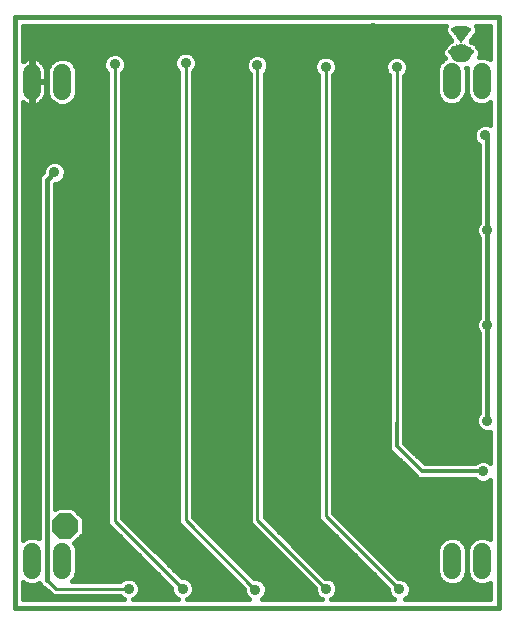
<source format=gbl>
G75*
%MOIN*%
%OFA0B0*%
%FSLAX24Y24*%
%IPPOS*%
%LPD*%
%AMOC8*
5,1,8,0,0,1.08239X$1,22.5*
%
%ADD10C,0.0160*%
%ADD11R,0.0312X0.0004*%
%ADD12R,0.0344X0.0004*%
%ADD13R,0.0368X0.0004*%
%ADD14R,0.0392X0.0004*%
%ADD15R,0.0408X0.0004*%
%ADD16R,0.0424X0.0004*%
%ADD17R,0.0432X0.0004*%
%ADD18R,0.0448X0.0004*%
%ADD19R,0.0456X0.0004*%
%ADD20R,0.0472X0.0004*%
%ADD21R,0.0480X0.0004*%
%ADD22R,0.0488X0.0004*%
%ADD23R,0.0496X0.0004*%
%ADD24R,0.0504X0.0004*%
%ADD25R,0.0512X0.0004*%
%ADD26R,0.0520X0.0004*%
%ADD27R,0.0528X0.0004*%
%ADD28R,0.0536X0.0004*%
%ADD29R,0.0536X0.0004*%
%ADD30R,0.0544X0.0004*%
%ADD31R,0.0552X0.0004*%
%ADD32R,0.0560X0.0004*%
%ADD33R,0.0560X0.0004*%
%ADD34R,0.0568X0.0004*%
%ADD35R,0.0576X0.0004*%
%ADD36R,0.0584X0.0004*%
%ADD37R,0.0592X0.0004*%
%ADD38R,0.0592X0.0004*%
%ADD39R,0.0600X0.0004*%
%ADD40R,0.0608X0.0004*%
%ADD41R,0.0608X0.0004*%
%ADD42R,0.0616X0.0004*%
%ADD43R,0.0624X0.0004*%
%ADD44R,0.0632X0.0004*%
%ADD45R,0.0632X0.0004*%
%ADD46R,0.0640X0.0004*%
%ADD47R,0.0648X0.0004*%
%ADD48R,0.0648X0.0004*%
%ADD49R,0.0656X0.0004*%
%ADD50R,0.0664X0.0004*%
%ADD51R,0.0664X0.0004*%
%ADD52R,0.0672X0.0004*%
%ADD53R,0.0680X0.0004*%
%ADD54R,0.0680X0.0004*%
%ADD55R,0.0688X0.0004*%
%ADD56R,0.0696X0.0004*%
%ADD57R,0.0700X0.0004*%
%ADD58R,0.0708X0.0004*%
%ADD59R,0.0716X0.0004*%
%ADD60R,0.0720X0.0004*%
%ADD61R,0.0720X0.0004*%
%ADD62R,0.0724X0.0004*%
%ADD63R,0.0808X0.0004*%
%ADD64R,0.0824X0.0004*%
%ADD65R,0.0832X0.0004*%
%ADD66R,0.0840X0.0004*%
%ADD67R,0.0848X0.0004*%
%ADD68R,0.0856X0.0004*%
%ADD69R,0.0860X0.0004*%
%ADD70R,0.0864X0.0004*%
%ADD71R,0.0864X0.0004*%
%ADD72R,0.0868X0.0004*%
%ADD73R,0.0872X0.0004*%
%ADD74R,0.0872X0.0004*%
%ADD75R,0.0860X0.0004*%
%ADD76R,0.0832X0.0004*%
%ADD77R,0.0824X0.0004*%
%ADD78R,0.0708X0.0004*%
%ADD79R,0.0712X0.0004*%
%ADD80R,0.0712X0.0004*%
%ADD81R,0.0700X0.0004*%
%ADD82R,0.0696X0.0004*%
%ADD83R,0.0692X0.0004*%
%ADD84R,0.0668X0.0004*%
%ADD85R,0.0660X0.0004*%
%ADD86R,0.0452X0.0004*%
%ADD87R,0.0188X0.0004*%
%ADD88R,0.0448X0.0004*%
%ADD89R,0.0440X0.0004*%
%ADD90R,0.0184X0.0004*%
%ADD91R,0.0432X0.0004*%
%ADD92R,0.0184X0.0004*%
%ADD93R,0.0424X0.0004*%
%ADD94R,0.0412X0.0004*%
%ADD95R,0.0128X0.0004*%
%ADD96R,0.0044X0.0004*%
%ADD97R,0.0400X0.0004*%
%ADD98R,0.0008X0.0004*%
%ADD99R,0.0388X0.0004*%
%ADD100R,0.0132X0.0004*%
%ADD101R,0.0360X0.0004*%
%ADD102R,0.0136X0.0004*%
%ADD103R,0.0340X0.0004*%
%ADD104R,0.0140X0.0004*%
%ADD105R,0.0328X0.0004*%
%ADD106R,0.0144X0.0004*%
%ADD107R,0.0324X0.0004*%
%ADD108R,0.0148X0.0004*%
%ADD109R,0.0320X0.0004*%
%ADD110R,0.0156X0.0004*%
%ADD111R,0.0316X0.0004*%
%ADD112R,0.0176X0.0004*%
%ADD113R,0.0080X0.0004*%
%ADD114R,0.0052X0.0004*%
%ADD115R,0.0380X0.0004*%
%ADD116R,0.0372X0.0004*%
%ADD117R,0.0356X0.0004*%
%ADD118R,0.0004X0.0004*%
%ADD119R,0.0308X0.0004*%
%ADD120R,0.0060X0.0004*%
%ADD121R,0.0240X0.0004*%
%ADD122R,0.0232X0.0004*%
%ADD123R,0.0044X0.0004*%
%ADD124R,0.0164X0.0004*%
%ADD125R,0.0056X0.0004*%
%ADD126R,0.0036X0.0004*%
%ADD127R,0.0156X0.0004*%
%ADD128R,0.0048X0.0004*%
%ADD129R,0.0024X0.0004*%
%ADD130R,0.0036X0.0004*%
%ADD131R,0.0016X0.0004*%
%ADD132R,0.0028X0.0004*%
%ADD133R,0.0012X0.0004*%
%ADD134R,0.0124X0.0004*%
%ADD135R,0.0108X0.0004*%
%ADD136R,0.0008X0.0004*%
%ADD137R,0.0092X0.0004*%
%ADD138R,0.0068X0.0004*%
%ADD139R,0.0008X0.0004*%
%ADD140R,0.0016X0.0004*%
%ADD141R,0.0024X0.0004*%
%ADD142R,0.0032X0.0004*%
%ADD143R,0.0032X0.0004*%
%ADD144R,0.0040X0.0004*%
%ADD145R,0.0056X0.0004*%
%ADD146R,0.0064X0.0004*%
%ADD147R,0.0072X0.0004*%
%ADD148R,0.0088X0.0004*%
%ADD149R,0.0096X0.0004*%
%ADD150R,0.0104X0.0004*%
%ADD151R,0.0112X0.0004*%
%ADD152R,0.0120X0.0004*%
%ADD153R,0.0124X0.0004*%
%ADD154R,0.0128X0.0004*%
%ADD155R,0.0144X0.0004*%
%ADD156R,0.0152X0.0004*%
%ADD157R,0.0152X0.0004*%
%ADD158R,0.0160X0.0004*%
%ADD159R,0.0168X0.0004*%
%ADD160R,0.0176X0.0004*%
%ADD161R,0.0184X0.0004*%
%ADD162R,0.0192X0.0004*%
%ADD163R,0.0200X0.0004*%
%ADD164R,0.0208X0.0004*%
%ADD165R,0.0216X0.0004*%
%ADD166R,0.0216X0.0004*%
%ADD167R,0.0224X0.0004*%
%ADD168R,0.0232X0.0004*%
%ADD169R,0.0240X0.0004*%
%ADD170R,0.0248X0.0004*%
%ADD171R,0.0256X0.0004*%
%ADD172R,0.0264X0.0004*%
%ADD173R,0.0272X0.0004*%
%ADD174R,0.0280X0.0004*%
%ADD175R,0.0288X0.0004*%
%ADD176R,0.0296X0.0004*%
%ADD177R,0.0304X0.0004*%
%ADD178R,0.0320X0.0004*%
%ADD179R,0.0328X0.0004*%
%ADD180R,0.0336X0.0004*%
%ADD181R,0.0336X0.0004*%
%ADD182R,0.0200X0.0004*%
%ADD183R,0.0128X0.0004*%
%ADD184R,0.0204X0.0004*%
%ADD185R,0.0216X0.0004*%
%ADD186R,0.0228X0.0004*%
%ADD187R,0.0416X0.0004*%
%ADD188R,0.0424X0.0004*%
%ADD189R,0.0428X0.0004*%
%ADD190R,0.0304X0.0004*%
%ADD191R,0.0180X0.0004*%
%ADD192R,0.0112X0.0004*%
%ADD193R,0.0176X0.0004*%
%ADD194R,0.0112X0.0004*%
%ADD195R,0.0132X0.0004*%
%ADD196R,0.0116X0.0004*%
%ADD197R,0.0332X0.0004*%
%ADD198R,0.0336X0.0004*%
%ADD199R,0.0480X0.0004*%
%ADD200R,0.0496X0.0004*%
%ADD201R,0.0512X0.0004*%
%ADD202R,0.0544X0.0004*%
%ADD203R,0.0208X0.0004*%
%ADD204R,0.0356X0.0004*%
%ADD205R,0.0208X0.0004*%
%ADD206R,0.0364X0.0004*%
%ADD207R,0.0212X0.0004*%
%ADD208R,0.0368X0.0004*%
%ADD209R,0.0220X0.0004*%
%ADD210R,0.0600X0.0004*%
%ADD211R,0.0356X0.0004*%
%ADD212R,0.0228X0.0004*%
%ADD213R,0.0236X0.0004*%
%ADD214R,0.0360X0.0004*%
%ADD215R,0.0368X0.0004*%
%ADD216R,0.0244X0.0004*%
%ADD217R,0.0252X0.0004*%
%ADD218R,0.0376X0.0004*%
%ADD219R,0.0672X0.0004*%
%ADD220R,0.0624X0.0004*%
%ADD221R,0.0596X0.0004*%
%ADD222R,0.0552X0.0004*%
%ADD223R,0.0456X0.0004*%
%ADD224R,0.0384X0.0004*%
%ADD225R,0.0352X0.0004*%
%ADD226R,0.0188X0.0004*%
%ADD227R,0.0108X0.0004*%
%ADD228C,0.0600*%
%ADD229OC8,0.0850*%
%ADD230C,0.0356*%
%ADD231C,0.0100*%
%ADD232C,0.0120*%
D10*
X000208Y000180D02*
X016349Y000180D01*
X016349Y019865D01*
X000208Y019865D01*
X000208Y000180D01*
X000488Y000460D02*
X003854Y000460D01*
X003793Y000485D01*
X003722Y000556D01*
X001540Y000556D01*
X001448Y000594D01*
X001378Y000664D01*
X001200Y000842D01*
X001128Y000872D01*
X001049Y000951D01*
X001028Y001001D01*
X000882Y000940D01*
X000683Y000940D01*
X000499Y001016D01*
X000488Y001028D01*
X000488Y000460D01*
X000488Y000497D02*
X003781Y000497D01*
X004160Y000460D02*
X004221Y000485D01*
X004327Y000592D01*
X004385Y000731D01*
X004385Y000881D01*
X004327Y001020D01*
X004221Y001127D01*
X004082Y001184D01*
X003932Y001184D01*
X003793Y001127D01*
X003722Y001056D01*
X002106Y001056D01*
X002206Y001157D01*
X002283Y001341D01*
X002283Y002139D01*
X002206Y002323D01*
X002203Y002327D01*
X002514Y002638D01*
X002514Y003155D01*
X002148Y003522D01*
X001630Y003522D01*
X001566Y003458D01*
X001566Y014318D01*
X001606Y014318D01*
X001745Y014375D01*
X001851Y014482D01*
X001909Y014621D01*
X001909Y014771D01*
X001851Y014910D01*
X001745Y015016D01*
X001606Y015074D01*
X001455Y015074D01*
X001316Y015016D01*
X001210Y014910D01*
X001152Y014771D01*
X001152Y014714D01*
X001049Y014610D01*
X001006Y014507D01*
X001006Y002489D01*
X000882Y002540D01*
X000683Y002540D01*
X000499Y002464D01*
X000488Y002452D01*
X000488Y017045D01*
X000536Y017009D01*
X000603Y016975D01*
X000675Y016952D01*
X000750Y016940D01*
X000768Y016940D01*
X000768Y017700D01*
X000808Y017700D01*
X000808Y017740D01*
X001268Y017740D01*
X001268Y018058D01*
X001256Y018132D01*
X001232Y018204D01*
X001198Y018272D01*
X001154Y018333D01*
X001100Y018386D01*
X001039Y018431D01*
X000972Y018465D01*
X000900Y018488D01*
X000825Y018500D01*
X000808Y018500D01*
X000808Y017740D01*
X000768Y017740D01*
X000768Y018500D01*
X000750Y018500D01*
X000675Y018488D01*
X000603Y018465D01*
X000536Y018431D01*
X000488Y018395D01*
X000488Y019585D01*
X014602Y019585D01*
X014552Y019535D01*
X014548Y019531D01*
X014548Y019357D01*
X014556Y019349D01*
X014556Y019345D01*
X014568Y019333D01*
X014568Y019329D01*
X014572Y019325D01*
X014580Y019317D01*
X014580Y019313D01*
X014588Y019305D01*
X014592Y019301D01*
X014592Y019297D01*
X014596Y019293D01*
X014604Y019285D01*
X014604Y019281D01*
X014616Y019269D01*
X014616Y019265D01*
X014628Y019253D01*
X014628Y019249D01*
X014632Y019245D01*
X014640Y019237D01*
X014640Y019233D01*
X014648Y019225D01*
X014652Y019221D01*
X014652Y019217D01*
X014660Y019209D01*
X014660Y019205D01*
X014668Y019197D01*
X014676Y019189D01*
X014676Y019185D01*
X014684Y019177D01*
X014684Y019173D01*
X014692Y019165D01*
X014696Y019161D01*
X014696Y019157D01*
X014708Y019145D01*
X014708Y019141D01*
X014720Y019129D01*
X014720Y019125D01*
X014732Y019113D01*
X014732Y019109D01*
X014736Y019105D01*
X014744Y019097D01*
X014744Y019093D01*
X014748Y019089D01*
X014752Y019085D01*
X014753Y019084D01*
X014753Y019084D01*
X014749Y019080D01*
X014737Y019080D01*
X014733Y019076D01*
X014729Y019076D01*
X014725Y019072D01*
X014721Y019072D01*
X014717Y019068D01*
X014713Y019068D01*
X014705Y019060D01*
X014701Y019060D01*
X014693Y019052D01*
X014693Y019052D01*
X014576Y018935D01*
X014572Y018931D01*
X014568Y018927D01*
X014564Y018923D01*
X014564Y018919D01*
X014560Y018915D01*
X014556Y018911D01*
X014556Y018907D01*
X014552Y018903D01*
X014552Y018899D01*
X014548Y018895D01*
X014548Y018887D01*
X014476Y018815D01*
X014472Y018811D01*
X014468Y018807D01*
X014464Y018803D01*
X014460Y018799D01*
X014460Y018795D01*
X014456Y018791D01*
X014456Y018783D01*
X014452Y018779D01*
X014452Y018601D01*
X014456Y018597D01*
X014456Y018585D01*
X014460Y018581D01*
X014460Y018577D01*
X014468Y018569D01*
X014472Y018565D01*
X014550Y018487D01*
X014494Y018464D01*
X014354Y018323D01*
X014278Y018139D01*
X014278Y017341D01*
X014354Y017157D01*
X014494Y017016D01*
X014678Y016940D01*
X014877Y016940D01*
X015061Y017016D01*
X015201Y017157D01*
X015278Y017341D01*
X015354Y017157D01*
X015494Y017016D01*
X015678Y016940D01*
X015877Y016940D01*
X016061Y017016D01*
X016069Y017025D01*
X016069Y016265D01*
X015960Y016310D01*
X015810Y016310D01*
X015671Y016253D01*
X015564Y016146D01*
X015507Y016007D01*
X015507Y015857D01*
X015564Y015718D01*
X015671Y015611D01*
X015687Y015604D01*
X015687Y013025D01*
X015647Y012985D01*
X015589Y012846D01*
X015589Y012695D01*
X015647Y012556D01*
X015687Y012516D01*
X015687Y009860D01*
X015647Y009819D01*
X015589Y009680D01*
X015589Y009530D01*
X015647Y009391D01*
X015687Y009350D01*
X015687Y006671D01*
X015647Y006630D01*
X015589Y006491D01*
X015589Y006341D01*
X015647Y006202D01*
X015753Y006096D01*
X015892Y006038D01*
X016043Y006038D01*
X016069Y006049D01*
X016069Y005018D01*
X016036Y005052D01*
X015897Y005109D01*
X015747Y005109D01*
X015608Y005052D01*
X015551Y004995D01*
X013878Y004995D01*
X013200Y005674D01*
X013200Y006377D01*
X013190Y006402D01*
X013190Y017915D01*
X013260Y017986D01*
X013318Y018124D01*
X013318Y018275D01*
X013260Y018414D01*
X013154Y018520D01*
X013015Y018578D01*
X012865Y018578D01*
X012726Y018520D01*
X012619Y018414D01*
X012562Y018275D01*
X012562Y018124D01*
X012619Y017986D01*
X012690Y017915D01*
X012690Y006402D01*
X012680Y006377D01*
X012680Y005514D01*
X012719Y005419D01*
X013550Y004588D01*
X013623Y004515D01*
X013719Y004475D01*
X015543Y004475D01*
X015608Y004411D01*
X015747Y004353D01*
X015897Y004353D01*
X016036Y004411D01*
X016069Y004444D01*
X016069Y002459D01*
X015887Y002535D01*
X015688Y002535D01*
X015504Y002459D01*
X015364Y002318D01*
X015288Y002134D01*
X015288Y001336D01*
X015288Y002134D01*
X015211Y002318D01*
X015071Y002459D01*
X014887Y002535D01*
X014688Y002535D01*
X014504Y002459D01*
X014364Y002318D01*
X014288Y002134D01*
X014288Y001336D01*
X014364Y001152D01*
X014504Y001011D01*
X014688Y000935D01*
X014887Y000935D01*
X015071Y001011D01*
X015211Y001152D01*
X015288Y001336D01*
X015364Y001152D01*
X015504Y001011D01*
X015688Y000935D01*
X015887Y000935D01*
X016069Y001011D01*
X016069Y000460D01*
X013208Y000460D01*
X013241Y000474D01*
X013347Y000580D01*
X013405Y000719D01*
X013405Y000869D01*
X013347Y001008D01*
X013241Y001115D01*
X013102Y001172D01*
X013002Y001172D01*
X010832Y003343D01*
X010832Y017923D01*
X010902Y017993D01*
X010960Y018132D01*
X010960Y018283D01*
X010902Y018422D01*
X010796Y018528D01*
X010657Y018586D01*
X010506Y018586D01*
X010367Y018528D01*
X010261Y018422D01*
X010203Y018283D01*
X010203Y018132D01*
X010261Y017993D01*
X010332Y017923D01*
X010332Y003189D01*
X010370Y003097D01*
X012648Y000819D01*
X012648Y000719D01*
X012706Y000580D01*
X012812Y000474D01*
X012845Y000460D01*
X010742Y000460D01*
X010804Y000485D01*
X010910Y000592D01*
X010968Y000731D01*
X010968Y000881D01*
X010910Y001020D01*
X010804Y001127D01*
X010665Y001184D01*
X010565Y001184D01*
X008540Y003209D01*
X008540Y017978D01*
X008611Y018048D01*
X008668Y018187D01*
X008668Y018338D01*
X008611Y018477D01*
X008504Y018583D01*
X008365Y018641D01*
X008215Y018641D01*
X008076Y018583D01*
X007970Y018477D01*
X007912Y018338D01*
X007912Y018187D01*
X007970Y018048D01*
X008040Y017978D01*
X008040Y003055D01*
X008078Y002964D01*
X010211Y000831D01*
X010211Y000731D01*
X010269Y000592D01*
X010375Y000485D01*
X010437Y000460D01*
X008444Y000460D01*
X008548Y000564D01*
X008605Y000703D01*
X008605Y000854D01*
X008548Y000993D01*
X008441Y001099D01*
X008302Y001157D01*
X008203Y001157D01*
X006158Y003201D01*
X006158Y018049D01*
X006229Y018119D01*
X006286Y018258D01*
X006286Y018409D01*
X006229Y018548D01*
X006123Y018654D01*
X005984Y018712D01*
X005833Y018712D01*
X005694Y018654D01*
X005588Y018548D01*
X005530Y018409D01*
X005530Y018258D01*
X005588Y018119D01*
X005658Y018049D01*
X005658Y003048D01*
X005696Y002956D01*
X007849Y000803D01*
X007849Y000703D01*
X007907Y000564D01*
X008011Y000460D01*
X005949Y000460D01*
X006020Y000489D01*
X006127Y000596D01*
X006184Y000735D01*
X006184Y000885D01*
X006127Y001024D01*
X006020Y001130D01*
X005881Y001188D01*
X005781Y001188D01*
X003796Y003173D01*
X003796Y018009D01*
X003867Y018080D01*
X003924Y018219D01*
X003924Y018369D01*
X003867Y018508D01*
X003760Y018615D01*
X003621Y018672D01*
X003471Y018672D01*
X003332Y018615D01*
X003226Y018508D01*
X003168Y018369D01*
X003168Y018219D01*
X003226Y018080D01*
X003296Y018009D01*
X003296Y003020D01*
X003334Y002928D01*
X005428Y000834D01*
X005428Y000735D01*
X005485Y000596D01*
X005592Y000489D01*
X005663Y000460D01*
X004160Y000460D01*
X004233Y000497D02*
X005584Y000497D01*
X005461Y000656D02*
X004354Y000656D01*
X004385Y000814D02*
X005428Y000814D01*
X005290Y000973D02*
X004347Y000973D01*
X004210Y001131D02*
X005131Y001131D01*
X004973Y001290D02*
X002261Y001290D01*
X002283Y001448D02*
X004814Y001448D01*
X004656Y001607D02*
X002283Y001607D01*
X002283Y001765D02*
X004497Y001765D01*
X004339Y001924D02*
X002283Y001924D01*
X002283Y002082D02*
X004180Y002082D01*
X004022Y002241D02*
X002241Y002241D01*
X002275Y002399D02*
X003863Y002399D01*
X003705Y002558D02*
X002434Y002558D01*
X002514Y002716D02*
X003546Y002716D01*
X003388Y002875D02*
X002514Y002875D01*
X002514Y003033D02*
X003296Y003033D01*
X003296Y003192D02*
X002478Y003192D01*
X002319Y003350D02*
X003296Y003350D01*
X003296Y003509D02*
X002161Y003509D01*
X001617Y003509D02*
X001566Y003509D01*
X001566Y003667D02*
X003296Y003667D01*
X003296Y003826D02*
X001566Y003826D01*
X001566Y003984D02*
X003296Y003984D01*
X003296Y004143D02*
X001566Y004143D01*
X001566Y004301D02*
X003296Y004301D01*
X003296Y004460D02*
X001566Y004460D01*
X001566Y004618D02*
X003296Y004618D01*
X003296Y004777D02*
X001566Y004777D01*
X001566Y004935D02*
X003296Y004935D01*
X003296Y005094D02*
X001566Y005094D01*
X001566Y005252D02*
X003296Y005252D01*
X003296Y005411D02*
X001566Y005411D01*
X001566Y005569D02*
X003296Y005569D01*
X003296Y005728D02*
X001566Y005728D01*
X001566Y005886D02*
X003296Y005886D01*
X003296Y006045D02*
X001566Y006045D01*
X001566Y006203D02*
X003296Y006203D01*
X003296Y006362D02*
X001566Y006362D01*
X001566Y006520D02*
X003296Y006520D01*
X003296Y006679D02*
X001566Y006679D01*
X001566Y006837D02*
X003296Y006837D01*
X003296Y006996D02*
X001566Y006996D01*
X001566Y007154D02*
X003296Y007154D01*
X003296Y007313D02*
X001566Y007313D01*
X001566Y007471D02*
X003296Y007471D01*
X003296Y007630D02*
X001566Y007630D01*
X001566Y007788D02*
X003296Y007788D01*
X003296Y007947D02*
X001566Y007947D01*
X001566Y008105D02*
X003296Y008105D01*
X003296Y008264D02*
X001566Y008264D01*
X001566Y008422D02*
X003296Y008422D01*
X003296Y008581D02*
X001566Y008581D01*
X001566Y008739D02*
X003296Y008739D01*
X003296Y008898D02*
X001566Y008898D01*
X001566Y009056D02*
X003296Y009056D01*
X003296Y009215D02*
X001566Y009215D01*
X001566Y009373D02*
X003296Y009373D01*
X003296Y009532D02*
X001566Y009532D01*
X001566Y009690D02*
X003296Y009690D01*
X003296Y009849D02*
X001566Y009849D01*
X001566Y010007D02*
X003296Y010007D01*
X003296Y010166D02*
X001566Y010166D01*
X001566Y010324D02*
X003296Y010324D01*
X003296Y010483D02*
X001566Y010483D01*
X001566Y010641D02*
X003296Y010641D01*
X003296Y010800D02*
X001566Y010800D01*
X001566Y010958D02*
X003296Y010958D01*
X003296Y011117D02*
X001566Y011117D01*
X001566Y011275D02*
X003296Y011275D01*
X003296Y011434D02*
X001566Y011434D01*
X001566Y011592D02*
X003296Y011592D01*
X003296Y011751D02*
X001566Y011751D01*
X001566Y011909D02*
X003296Y011909D01*
X003296Y012068D02*
X001566Y012068D01*
X001566Y012226D02*
X003296Y012226D01*
X003296Y012385D02*
X001566Y012385D01*
X001566Y012543D02*
X003296Y012543D01*
X003296Y012702D02*
X001566Y012702D01*
X001566Y012860D02*
X003296Y012860D01*
X003296Y013019D02*
X001566Y013019D01*
X001566Y013177D02*
X003296Y013177D01*
X003296Y013336D02*
X001566Y013336D01*
X001566Y013494D02*
X003296Y013494D01*
X003296Y013653D02*
X001566Y013653D01*
X001566Y013811D02*
X003296Y013811D01*
X003296Y013970D02*
X001566Y013970D01*
X001566Y014128D02*
X003296Y014128D01*
X003296Y014287D02*
X001566Y014287D01*
X001814Y014445D02*
X003296Y014445D01*
X003296Y014604D02*
X001901Y014604D01*
X001909Y014762D02*
X003296Y014762D01*
X003296Y014921D02*
X001840Y014921D01*
X001530Y014696D02*
X001286Y014452D01*
X001286Y001109D01*
X001040Y000973D02*
X000960Y000973D01*
X001228Y000814D02*
X000488Y000814D01*
X000488Y000656D02*
X001386Y000656D01*
X000605Y000973D02*
X000488Y000973D01*
X000488Y002558D02*
X001006Y002558D01*
X001006Y002716D02*
X000488Y002716D01*
X000488Y002875D02*
X001006Y002875D01*
X001006Y003033D02*
X000488Y003033D01*
X000488Y003192D02*
X001006Y003192D01*
X001006Y003350D02*
X000488Y003350D01*
X000488Y003509D02*
X001006Y003509D01*
X001006Y003667D02*
X000488Y003667D01*
X000488Y003826D02*
X001006Y003826D01*
X001006Y003984D02*
X000488Y003984D01*
X000488Y004143D02*
X001006Y004143D01*
X001006Y004301D02*
X000488Y004301D01*
X000488Y004460D02*
X001006Y004460D01*
X001006Y004618D02*
X000488Y004618D01*
X000488Y004777D02*
X001006Y004777D01*
X001006Y004935D02*
X000488Y004935D01*
X000488Y005094D02*
X001006Y005094D01*
X001006Y005252D02*
X000488Y005252D01*
X000488Y005411D02*
X001006Y005411D01*
X001006Y005569D02*
X000488Y005569D01*
X000488Y005728D02*
X001006Y005728D01*
X001006Y005886D02*
X000488Y005886D01*
X000488Y006045D02*
X001006Y006045D01*
X001006Y006203D02*
X000488Y006203D01*
X000488Y006362D02*
X001006Y006362D01*
X001006Y006520D02*
X000488Y006520D01*
X000488Y006679D02*
X001006Y006679D01*
X001006Y006837D02*
X000488Y006837D01*
X000488Y006996D02*
X001006Y006996D01*
X001006Y007154D02*
X000488Y007154D01*
X000488Y007313D02*
X001006Y007313D01*
X001006Y007471D02*
X000488Y007471D01*
X000488Y007630D02*
X001006Y007630D01*
X001006Y007788D02*
X000488Y007788D01*
X000488Y007947D02*
X001006Y007947D01*
X001006Y008105D02*
X000488Y008105D01*
X000488Y008264D02*
X001006Y008264D01*
X001006Y008422D02*
X000488Y008422D01*
X000488Y008581D02*
X001006Y008581D01*
X001006Y008739D02*
X000488Y008739D01*
X000488Y008898D02*
X001006Y008898D01*
X001006Y009056D02*
X000488Y009056D01*
X000488Y009215D02*
X001006Y009215D01*
X001006Y009373D02*
X000488Y009373D01*
X000488Y009532D02*
X001006Y009532D01*
X001006Y009690D02*
X000488Y009690D01*
X000488Y009849D02*
X001006Y009849D01*
X001006Y010007D02*
X000488Y010007D01*
X000488Y010166D02*
X001006Y010166D01*
X001006Y010324D02*
X000488Y010324D01*
X000488Y010483D02*
X001006Y010483D01*
X001006Y010641D02*
X000488Y010641D01*
X000488Y010800D02*
X001006Y010800D01*
X001006Y010958D02*
X000488Y010958D01*
X000488Y011117D02*
X001006Y011117D01*
X001006Y011275D02*
X000488Y011275D01*
X000488Y011434D02*
X001006Y011434D01*
X001006Y011592D02*
X000488Y011592D01*
X000488Y011751D02*
X001006Y011751D01*
X001006Y011909D02*
X000488Y011909D01*
X000488Y012068D02*
X001006Y012068D01*
X001006Y012226D02*
X000488Y012226D01*
X000488Y012385D02*
X001006Y012385D01*
X001006Y012543D02*
X000488Y012543D01*
X000488Y012702D02*
X001006Y012702D01*
X001006Y012860D02*
X000488Y012860D01*
X000488Y013019D02*
X001006Y013019D01*
X001006Y013177D02*
X000488Y013177D01*
X000488Y013336D02*
X001006Y013336D01*
X001006Y013494D02*
X000488Y013494D01*
X000488Y013653D02*
X001006Y013653D01*
X001006Y013811D02*
X000488Y013811D01*
X000488Y013970D02*
X001006Y013970D01*
X001006Y014128D02*
X000488Y014128D01*
X000488Y014287D02*
X001006Y014287D01*
X001006Y014445D02*
X000488Y014445D01*
X000488Y014604D02*
X001046Y014604D01*
X001152Y014762D02*
X000488Y014762D01*
X000488Y014921D02*
X001220Y014921D01*
X000759Y014365D02*
X000759Y016263D01*
X001007Y016511D01*
X000696Y016511D01*
X000488Y016506D02*
X003296Y016506D01*
X003296Y016664D02*
X000488Y016664D01*
X000488Y016823D02*
X003296Y016823D01*
X003296Y016981D02*
X002034Y016981D01*
X002071Y016996D02*
X002211Y017137D01*
X002288Y017321D01*
X002288Y018119D01*
X002211Y018303D01*
X002071Y018444D01*
X001887Y018520D01*
X001688Y018520D01*
X001504Y018444D01*
X001364Y018303D01*
X001288Y018119D01*
X001288Y017321D01*
X001364Y017137D01*
X001504Y016996D01*
X001688Y016920D01*
X001887Y016920D01*
X002071Y016996D01*
X002213Y017140D02*
X003296Y017140D01*
X003296Y017298D02*
X002278Y017298D01*
X002288Y017457D02*
X003296Y017457D01*
X003296Y017615D02*
X002288Y017615D01*
X002288Y017774D02*
X003296Y017774D01*
X003296Y017932D02*
X002288Y017932D01*
X002288Y018091D02*
X003221Y018091D01*
X003168Y018249D02*
X002234Y018249D01*
X002107Y018408D02*
X003184Y018408D01*
X003283Y018566D02*
X000488Y018566D01*
X000488Y018408D02*
X000504Y018408D01*
X000768Y018408D02*
X000808Y018408D01*
X000808Y018249D02*
X000768Y018249D01*
X000768Y018091D02*
X000808Y018091D01*
X000808Y017932D02*
X000768Y017932D01*
X000768Y017774D02*
X000808Y017774D01*
X000808Y017700D02*
X001268Y017700D01*
X001268Y017382D01*
X001256Y017308D01*
X001232Y017236D01*
X001198Y017168D01*
X001154Y017107D01*
X001100Y017054D01*
X001039Y017009D01*
X000972Y016975D01*
X000900Y016952D01*
X000825Y016940D01*
X000808Y016940D01*
X000808Y017700D01*
X000808Y017615D02*
X000768Y017615D01*
X000768Y017457D02*
X000808Y017457D01*
X000808Y017298D02*
X000768Y017298D01*
X000768Y017140D02*
X000808Y017140D01*
X000808Y016981D02*
X000768Y016981D01*
X000592Y016981D02*
X000488Y016981D01*
X000983Y016981D02*
X001541Y016981D01*
X001363Y017140D02*
X001177Y017140D01*
X001253Y017298D02*
X001297Y017298D01*
X001288Y017457D02*
X001268Y017457D01*
X001268Y017615D02*
X001288Y017615D01*
X001288Y017774D02*
X001268Y017774D01*
X001268Y017932D02*
X001288Y017932D01*
X001288Y018091D02*
X001262Y018091D01*
X001210Y018249D02*
X001341Y018249D01*
X001468Y018408D02*
X001071Y018408D01*
X000488Y018725D02*
X014452Y018725D01*
X014476Y018815D02*
X014476Y018815D01*
X014544Y018883D02*
X000488Y018883D01*
X000488Y019042D02*
X014682Y019042D01*
X014748Y019089D02*
X014748Y019089D01*
X014752Y019085D02*
X014752Y019085D01*
X014736Y019105D02*
X014736Y019105D01*
X014692Y019165D02*
X014692Y019165D01*
X014668Y019197D02*
X014668Y019197D01*
X014665Y019200D02*
X000488Y019200D01*
X000488Y019359D02*
X014548Y019359D01*
X014572Y019325D02*
X014572Y019325D01*
X014588Y019305D02*
X014588Y019305D01*
X014596Y019293D02*
X014596Y019293D01*
X014632Y019245D02*
X014632Y019245D01*
X014648Y019225D02*
X014648Y019225D01*
X014576Y018935D02*
X014576Y018935D01*
X014560Y018915D02*
X014560Y018915D01*
X014468Y018569D02*
X014468Y018569D01*
X014471Y018566D02*
X013043Y018566D01*
X012836Y018566D02*
X010704Y018566D01*
X010459Y018566D02*
X008522Y018566D01*
X008639Y018408D02*
X010255Y018408D01*
X010203Y018249D02*
X008668Y018249D01*
X008628Y018091D02*
X010221Y018091D01*
X010322Y017932D02*
X008540Y017932D01*
X008540Y017774D02*
X010332Y017774D01*
X010332Y017615D02*
X008540Y017615D01*
X008540Y017457D02*
X010332Y017457D01*
X010332Y017298D02*
X008540Y017298D01*
X008540Y017140D02*
X010332Y017140D01*
X010332Y016981D02*
X008540Y016981D01*
X008540Y016823D02*
X010332Y016823D01*
X010332Y016664D02*
X008540Y016664D01*
X008540Y016506D02*
X010332Y016506D01*
X010332Y016347D02*
X008540Y016347D01*
X008540Y016189D02*
X010332Y016189D01*
X010332Y016030D02*
X008540Y016030D01*
X008540Y015872D02*
X010332Y015872D01*
X010332Y015713D02*
X008540Y015713D01*
X008540Y015555D02*
X010332Y015555D01*
X010332Y015396D02*
X008540Y015396D01*
X008540Y015238D02*
X010332Y015238D01*
X010332Y015079D02*
X008540Y015079D01*
X008540Y014921D02*
X010332Y014921D01*
X010332Y014762D02*
X008540Y014762D01*
X008540Y014604D02*
X010332Y014604D01*
X010332Y014445D02*
X008540Y014445D01*
X008540Y014287D02*
X010332Y014287D01*
X010332Y014128D02*
X008540Y014128D01*
X008540Y013970D02*
X010332Y013970D01*
X010332Y013811D02*
X008540Y013811D01*
X008540Y013653D02*
X010332Y013653D01*
X010332Y013494D02*
X008540Y013494D01*
X008540Y013336D02*
X010332Y013336D01*
X010332Y013177D02*
X008540Y013177D01*
X008540Y013019D02*
X010332Y013019D01*
X010332Y012860D02*
X008540Y012860D01*
X008540Y012702D02*
X010332Y012702D01*
X010332Y012543D02*
X008540Y012543D01*
X008540Y012385D02*
X010332Y012385D01*
X010332Y012226D02*
X008540Y012226D01*
X008540Y012068D02*
X010332Y012068D01*
X010332Y011909D02*
X008540Y011909D01*
X008540Y011751D02*
X010332Y011751D01*
X010332Y011592D02*
X008540Y011592D01*
X008540Y011434D02*
X010332Y011434D01*
X010332Y011275D02*
X008540Y011275D01*
X008540Y011117D02*
X010332Y011117D01*
X010332Y010958D02*
X008540Y010958D01*
X008540Y010800D02*
X010332Y010800D01*
X010332Y010641D02*
X008540Y010641D01*
X008540Y010483D02*
X010332Y010483D01*
X010332Y010324D02*
X008540Y010324D01*
X008540Y010166D02*
X010332Y010166D01*
X010332Y010007D02*
X008540Y010007D01*
X008540Y009849D02*
X010332Y009849D01*
X010332Y009690D02*
X008540Y009690D01*
X008540Y009532D02*
X010332Y009532D01*
X010332Y009373D02*
X008540Y009373D01*
X008540Y009215D02*
X010332Y009215D01*
X010332Y009056D02*
X008540Y009056D01*
X008540Y008898D02*
X010332Y008898D01*
X010332Y008739D02*
X008540Y008739D01*
X008540Y008581D02*
X010332Y008581D01*
X010332Y008422D02*
X008540Y008422D01*
X008540Y008264D02*
X010332Y008264D01*
X010332Y008105D02*
X008540Y008105D01*
X008540Y007947D02*
X010332Y007947D01*
X010332Y007788D02*
X008540Y007788D01*
X008540Y007630D02*
X010332Y007630D01*
X010332Y007471D02*
X008540Y007471D01*
X008540Y007313D02*
X010332Y007313D01*
X010332Y007154D02*
X008540Y007154D01*
X008540Y006996D02*
X010332Y006996D01*
X010332Y006837D02*
X008540Y006837D01*
X008540Y006679D02*
X010332Y006679D01*
X010332Y006520D02*
X008540Y006520D01*
X008540Y006362D02*
X010332Y006362D01*
X010332Y006203D02*
X008540Y006203D01*
X008540Y006045D02*
X010332Y006045D01*
X010332Y005886D02*
X008540Y005886D01*
X008540Y005728D02*
X010332Y005728D01*
X010332Y005569D02*
X008540Y005569D01*
X008540Y005411D02*
X010332Y005411D01*
X010332Y005252D02*
X008540Y005252D01*
X008540Y005094D02*
X010332Y005094D01*
X010332Y004935D02*
X008540Y004935D01*
X008540Y004777D02*
X010332Y004777D01*
X010332Y004618D02*
X008540Y004618D01*
X008540Y004460D02*
X010332Y004460D01*
X010332Y004301D02*
X008540Y004301D01*
X008540Y004143D02*
X010332Y004143D01*
X010332Y003984D02*
X008540Y003984D01*
X008540Y003826D02*
X010332Y003826D01*
X010332Y003667D02*
X008540Y003667D01*
X008540Y003509D02*
X010332Y003509D01*
X010332Y003350D02*
X008540Y003350D01*
X008557Y003192D02*
X010332Y003192D01*
X010434Y003033D02*
X008716Y003033D01*
X008874Y002875D02*
X010593Y002875D01*
X010751Y002716D02*
X009033Y002716D01*
X009191Y002558D02*
X010910Y002558D01*
X011068Y002399D02*
X009350Y002399D01*
X009508Y002241D02*
X011227Y002241D01*
X011385Y002082D02*
X009667Y002082D01*
X009825Y001924D02*
X011544Y001924D01*
X011702Y001765D02*
X009984Y001765D01*
X009936Y001983D02*
X010676Y001274D01*
X010793Y001131D02*
X012336Y001131D01*
X012178Y001290D02*
X010459Y001290D01*
X010301Y001448D02*
X012019Y001448D01*
X011861Y001607D02*
X010142Y001607D01*
X009936Y001983D02*
X009936Y004790D01*
X009936Y008038D01*
X009936Y011101D01*
X009936Y014294D01*
X009936Y017523D01*
X010832Y017457D02*
X012690Y017457D01*
X012690Y017615D02*
X010832Y017615D01*
X010832Y017774D02*
X012690Y017774D01*
X012673Y017932D02*
X010841Y017932D01*
X010942Y018091D02*
X012576Y018091D01*
X012562Y018249D02*
X010960Y018249D01*
X010908Y018408D02*
X012617Y018408D01*
X013207Y017932D02*
X014278Y017932D01*
X014278Y017774D02*
X013190Y017774D01*
X013190Y017615D02*
X014278Y017615D01*
X014278Y017457D02*
X013190Y017457D01*
X013190Y017298D02*
X014295Y017298D01*
X014371Y017140D02*
X013190Y017140D01*
X013190Y016981D02*
X014579Y016981D01*
X014976Y016981D02*
X015579Y016981D01*
X015371Y017140D02*
X015184Y017140D01*
X015260Y017298D02*
X015295Y017298D01*
X015278Y017341D02*
X015278Y018139D01*
X015294Y018180D01*
X015261Y018180D01*
X015278Y018139D01*
X015278Y017341D01*
X015278Y017457D02*
X015278Y017457D01*
X015278Y017615D02*
X015278Y017615D01*
X015278Y017774D02*
X015278Y017774D01*
X015278Y017932D02*
X015278Y017932D01*
X015278Y018091D02*
X015278Y018091D01*
X015678Y018540D02*
X015704Y018565D01*
X015704Y018565D01*
X015720Y018581D01*
X015720Y018589D01*
X015724Y018593D01*
X015724Y018601D01*
X015724Y018779D01*
X015724Y018779D01*
X015724Y018783D01*
X015720Y018787D01*
X015720Y018795D01*
X015700Y018815D01*
X015612Y018903D01*
X015612Y018911D01*
X015608Y018915D01*
X015608Y018931D01*
X015490Y019048D01*
X015426Y019048D01*
X015408Y019066D01*
X015420Y019077D01*
X015420Y019081D01*
X015424Y019085D01*
X015424Y019085D01*
X015428Y019089D01*
X015432Y019093D01*
X015432Y019097D01*
X015440Y019105D01*
X015440Y019105D01*
X015444Y019109D01*
X015444Y019113D01*
X015456Y019125D01*
X015456Y019129D01*
X015468Y019141D01*
X015468Y019145D01*
X015480Y019157D01*
X015480Y019161D01*
X015492Y019173D01*
X015492Y019177D01*
X015500Y019185D01*
X015500Y019185D01*
X015504Y019189D01*
X015504Y019193D01*
X015516Y019205D01*
X015516Y019209D01*
X015524Y019217D01*
X015524Y019221D01*
X015528Y019225D01*
X015528Y019225D01*
X015536Y019233D01*
X015536Y019237D01*
X015544Y019245D01*
X015544Y019245D01*
X015548Y019249D01*
X015548Y019253D01*
X015560Y019265D01*
X015560Y019269D01*
X015572Y019281D01*
X015572Y019285D01*
X015584Y019297D01*
X015584Y019301D01*
X015588Y019305D01*
X015588Y019305D01*
X015596Y019313D01*
X015596Y019317D01*
X015604Y019325D01*
X015604Y019325D01*
X015608Y019329D01*
X015608Y019333D01*
X015620Y019345D01*
X015620Y019349D01*
X015628Y019357D01*
X015628Y019531D01*
X015624Y019535D01*
X015573Y019585D01*
X016069Y019585D01*
X016069Y018455D01*
X016061Y018464D01*
X015877Y018540D01*
X015678Y018540D01*
X015704Y018566D02*
X016069Y018566D01*
X016069Y018725D02*
X015724Y018725D01*
X015724Y018601D02*
X015724Y018601D01*
X015631Y018883D02*
X016069Y018883D01*
X016069Y019042D02*
X015497Y019042D01*
X015428Y019089D02*
X015428Y019089D01*
X015504Y019193D02*
X015504Y019193D01*
X015504Y019193D01*
X015510Y019200D02*
X016069Y019200D01*
X016069Y019359D02*
X015628Y019359D01*
X015628Y019517D02*
X016069Y019517D01*
X015624Y019535D02*
X015624Y019535D01*
X014552Y019535D02*
X014552Y019535D01*
X014548Y019517D02*
X000488Y019517D01*
X002605Y019247D02*
X002605Y018932D01*
X002546Y018873D01*
X002546Y016830D01*
X002326Y016609D01*
X001137Y016609D01*
X001121Y016625D01*
X001007Y016511D01*
X000488Y016347D02*
X003296Y016347D01*
X003296Y016189D02*
X000488Y016189D01*
X000488Y016030D02*
X003296Y016030D01*
X003296Y015872D02*
X000488Y015872D01*
X000488Y015713D02*
X003296Y015713D01*
X003296Y015555D02*
X000488Y015555D01*
X000488Y015396D02*
X003296Y015396D01*
X003296Y015238D02*
X000488Y015238D01*
X000488Y015079D02*
X003296Y015079D01*
X003796Y015079D02*
X005658Y015079D01*
X005658Y014921D02*
X003796Y014921D01*
X003796Y014762D02*
X005658Y014762D01*
X005658Y014604D02*
X003796Y014604D01*
X003796Y014445D02*
X005658Y014445D01*
X005658Y014287D02*
X003796Y014287D01*
X003796Y014128D02*
X005658Y014128D01*
X005658Y013970D02*
X003796Y013970D01*
X003796Y013811D02*
X005658Y013811D01*
X005658Y013653D02*
X003796Y013653D01*
X003796Y013494D02*
X005658Y013494D01*
X005658Y013336D02*
X003796Y013336D01*
X003796Y013177D02*
X005658Y013177D01*
X005658Y013019D02*
X003796Y013019D01*
X003796Y012860D02*
X005658Y012860D01*
X005658Y012702D02*
X003796Y012702D01*
X003796Y012543D02*
X005658Y012543D01*
X005658Y012385D02*
X003796Y012385D01*
X003796Y012226D02*
X005658Y012226D01*
X005658Y012068D02*
X003796Y012068D01*
X003796Y011909D02*
X005658Y011909D01*
X005658Y011751D02*
X003796Y011751D01*
X003796Y011592D02*
X005658Y011592D01*
X005658Y011434D02*
X003796Y011434D01*
X003796Y011275D02*
X005658Y011275D01*
X005658Y011117D02*
X003796Y011117D01*
X003796Y010958D02*
X005658Y010958D01*
X005658Y010800D02*
X003796Y010800D01*
X003796Y010641D02*
X005658Y010641D01*
X005658Y010483D02*
X003796Y010483D01*
X003796Y010324D02*
X005658Y010324D01*
X005658Y010166D02*
X003796Y010166D01*
X003796Y010007D02*
X005658Y010007D01*
X005658Y009849D02*
X003796Y009849D01*
X003796Y009690D02*
X005658Y009690D01*
X005658Y009532D02*
X003796Y009532D01*
X003796Y009373D02*
X005658Y009373D01*
X005658Y009215D02*
X003796Y009215D01*
X003796Y009056D02*
X005658Y009056D01*
X005658Y008898D02*
X003796Y008898D01*
X003796Y008739D02*
X005658Y008739D01*
X005658Y008581D02*
X003796Y008581D01*
X003796Y008422D02*
X005658Y008422D01*
X005658Y008264D02*
X003796Y008264D01*
X003796Y008105D02*
X005658Y008105D01*
X005658Y007947D02*
X003796Y007947D01*
X003796Y007788D02*
X005658Y007788D01*
X005658Y007630D02*
X003796Y007630D01*
X003796Y007471D02*
X005658Y007471D01*
X005658Y007313D02*
X003796Y007313D01*
X003796Y007154D02*
X005658Y007154D01*
X005658Y006996D02*
X003796Y006996D01*
X003796Y006837D02*
X005658Y006837D01*
X005658Y006679D02*
X003796Y006679D01*
X003796Y006520D02*
X005658Y006520D01*
X005658Y006362D02*
X003796Y006362D01*
X003796Y006203D02*
X005658Y006203D01*
X005658Y006045D02*
X003796Y006045D01*
X003796Y005886D02*
X005658Y005886D01*
X005658Y005728D02*
X003796Y005728D01*
X003796Y005569D02*
X005658Y005569D01*
X005658Y005411D02*
X003796Y005411D01*
X003796Y005252D02*
X005658Y005252D01*
X005658Y005094D02*
X003796Y005094D01*
X003796Y004935D02*
X005658Y004935D01*
X005658Y004777D02*
X003796Y004777D01*
X003796Y004618D02*
X005658Y004618D01*
X005658Y004460D02*
X003796Y004460D01*
X003796Y004301D02*
X005658Y004301D01*
X005658Y004143D02*
X003796Y004143D01*
X003796Y003984D02*
X005658Y003984D01*
X005658Y003826D02*
X003796Y003826D01*
X003796Y003667D02*
X005658Y003667D01*
X005658Y003509D02*
X003796Y003509D01*
X003796Y003350D02*
X005658Y003350D01*
X005658Y003192D02*
X003796Y003192D01*
X003936Y003033D02*
X005664Y003033D01*
X005778Y002875D02*
X004095Y002875D01*
X004253Y002716D02*
X005936Y002716D01*
X006095Y002558D02*
X004412Y002558D01*
X004570Y002399D02*
X006253Y002399D01*
X006412Y002241D02*
X004729Y002241D01*
X004887Y002082D02*
X006570Y002082D01*
X006729Y001924D02*
X005046Y001924D01*
X005204Y001765D02*
X006887Y001765D01*
X007046Y001607D02*
X005363Y001607D01*
X005521Y001448D02*
X007204Y001448D01*
X007363Y001290D02*
X005680Y001290D01*
X006019Y001131D02*
X007521Y001131D01*
X007680Y000973D02*
X006148Y000973D01*
X006184Y000814D02*
X007838Y000814D01*
X007869Y000656D02*
X006151Y000656D01*
X006028Y000497D02*
X007974Y000497D01*
X008481Y000497D02*
X010364Y000497D01*
X010243Y000656D02*
X008586Y000656D01*
X008605Y000814D02*
X010211Y000814D01*
X010069Y000973D02*
X008556Y000973D01*
X008364Y001131D02*
X009911Y001131D01*
X009752Y001290D02*
X008070Y001290D01*
X007911Y001448D02*
X009594Y001448D01*
X009435Y001607D02*
X007753Y001607D01*
X007594Y001765D02*
X009277Y001765D01*
X009118Y001924D02*
X007436Y001924D01*
X007609Y002019D02*
X008432Y001196D01*
X008960Y002082D02*
X007277Y002082D01*
X007119Y002241D02*
X008801Y002241D01*
X008643Y002399D02*
X006960Y002399D01*
X006802Y002558D02*
X008484Y002558D01*
X008326Y002716D02*
X006643Y002716D01*
X006485Y002875D02*
X008167Y002875D01*
X008050Y003033D02*
X006326Y003033D01*
X006168Y003192D02*
X008040Y003192D01*
X008040Y003350D02*
X006158Y003350D01*
X006158Y003509D02*
X008040Y003509D01*
X008040Y003667D02*
X006158Y003667D01*
X006158Y003826D02*
X008040Y003826D01*
X008040Y003984D02*
X006158Y003984D01*
X006158Y004143D02*
X008040Y004143D01*
X008040Y004301D02*
X006158Y004301D01*
X006158Y004460D02*
X008040Y004460D01*
X008040Y004618D02*
X006158Y004618D01*
X006158Y004777D02*
X008040Y004777D01*
X008040Y004935D02*
X006158Y004935D01*
X006158Y005094D02*
X008040Y005094D01*
X008040Y005252D02*
X006158Y005252D01*
X006158Y005411D02*
X008040Y005411D01*
X008040Y005569D02*
X006158Y005569D01*
X006158Y005728D02*
X008040Y005728D01*
X008040Y005886D02*
X006158Y005886D01*
X006158Y006045D02*
X008040Y006045D01*
X008040Y006203D02*
X006158Y006203D01*
X006158Y006362D02*
X008040Y006362D01*
X008040Y006520D02*
X006158Y006520D01*
X006158Y006679D02*
X008040Y006679D01*
X008040Y006837D02*
X006158Y006837D01*
X006158Y006996D02*
X008040Y006996D01*
X008040Y007154D02*
X006158Y007154D01*
X006158Y007313D02*
X008040Y007313D01*
X008040Y007471D02*
X006158Y007471D01*
X006158Y007630D02*
X008040Y007630D01*
X008040Y007788D02*
X006158Y007788D01*
X006158Y007947D02*
X008040Y007947D01*
X008040Y008105D02*
X006158Y008105D01*
X006158Y008264D02*
X008040Y008264D01*
X008040Y008422D02*
X006158Y008422D01*
X006158Y008581D02*
X008040Y008581D01*
X008040Y008739D02*
X006158Y008739D01*
X006158Y008898D02*
X008040Y008898D01*
X008040Y009056D02*
X006158Y009056D01*
X006158Y009215D02*
X008040Y009215D01*
X008040Y009373D02*
X006158Y009373D01*
X006158Y009532D02*
X008040Y009532D01*
X008040Y009690D02*
X006158Y009690D01*
X006158Y009849D02*
X008040Y009849D01*
X008040Y010007D02*
X006158Y010007D01*
X006158Y010166D02*
X008040Y010166D01*
X008040Y010324D02*
X006158Y010324D01*
X006158Y010483D02*
X008040Y010483D01*
X008040Y010641D02*
X006158Y010641D01*
X006158Y010800D02*
X008040Y010800D01*
X008040Y010958D02*
X006158Y010958D01*
X006158Y011117D02*
X008040Y011117D01*
X008040Y011275D02*
X006158Y011275D01*
X006158Y011434D02*
X008040Y011434D01*
X008040Y011592D02*
X006158Y011592D01*
X006158Y011751D02*
X008040Y011751D01*
X008040Y011909D02*
X006158Y011909D01*
X006158Y012068D02*
X008040Y012068D01*
X008040Y012226D02*
X006158Y012226D01*
X006158Y012385D02*
X008040Y012385D01*
X008040Y012543D02*
X006158Y012543D01*
X006158Y012702D02*
X008040Y012702D01*
X008040Y012860D02*
X006158Y012860D01*
X006158Y013019D02*
X008040Y013019D01*
X008040Y013177D02*
X006158Y013177D01*
X006158Y013336D02*
X008040Y013336D01*
X008040Y013494D02*
X006158Y013494D01*
X006158Y013653D02*
X008040Y013653D01*
X008040Y013811D02*
X006158Y013811D01*
X006158Y013970D02*
X008040Y013970D01*
X008040Y014128D02*
X006158Y014128D01*
X006158Y014287D02*
X008040Y014287D01*
X008040Y014445D02*
X006158Y014445D01*
X006158Y014604D02*
X008040Y014604D01*
X008040Y014762D02*
X006158Y014762D01*
X006158Y014921D02*
X008040Y014921D01*
X008040Y015079D02*
X006158Y015079D01*
X006158Y015238D02*
X008040Y015238D01*
X008040Y015396D02*
X006158Y015396D01*
X006158Y015555D02*
X008040Y015555D01*
X008040Y015713D02*
X006158Y015713D01*
X006158Y015872D02*
X008040Y015872D01*
X008040Y016030D02*
X006158Y016030D01*
X006158Y016189D02*
X008040Y016189D01*
X008040Y016347D02*
X006158Y016347D01*
X006158Y016506D02*
X008040Y016506D01*
X008040Y016664D02*
X006158Y016664D01*
X006158Y016823D02*
X008040Y016823D01*
X008040Y016981D02*
X006158Y016981D01*
X006158Y017140D02*
X008040Y017140D01*
X008040Y017298D02*
X006158Y017298D01*
X006158Y017457D02*
X008040Y017457D01*
X008040Y017615D02*
X006158Y017615D01*
X006158Y017774D02*
X008040Y017774D01*
X008040Y017932D02*
X006158Y017932D01*
X006200Y018091D02*
X007952Y018091D01*
X007912Y018249D02*
X006283Y018249D01*
X006286Y018408D02*
X007941Y018408D01*
X008059Y018566D02*
X006211Y018566D01*
X005658Y017932D02*
X003796Y017932D01*
X003796Y017774D02*
X005658Y017774D01*
X005658Y017615D02*
X003796Y017615D01*
X003796Y017457D02*
X005658Y017457D01*
X005658Y017298D02*
X003796Y017298D01*
X003796Y017140D02*
X005658Y017140D01*
X005658Y016981D02*
X003796Y016981D01*
X003796Y016823D02*
X005658Y016823D01*
X005658Y016664D02*
X003796Y016664D01*
X003796Y016506D02*
X005658Y016506D01*
X005658Y016347D02*
X003796Y016347D01*
X003796Y016189D02*
X005658Y016189D01*
X005658Y016030D02*
X003796Y016030D01*
X003796Y015872D02*
X005658Y015872D01*
X005658Y015713D02*
X003796Y015713D01*
X003796Y015555D02*
X005658Y015555D01*
X005658Y015396D02*
X003796Y015396D01*
X003796Y015238D02*
X005658Y015238D01*
X005353Y014432D02*
X005353Y011137D01*
X005353Y007971D01*
X005353Y004747D01*
X005353Y001912D01*
X006058Y001208D01*
X007609Y002019D02*
X007609Y004692D01*
X007609Y008007D01*
X007609Y011211D01*
X007609Y014511D01*
X007609Y017515D01*
X007609Y019093D01*
X007456Y019247D01*
X005046Y019247D01*
X005353Y018940D01*
X005353Y017526D01*
X005353Y014432D01*
X003026Y014393D02*
X003026Y011211D01*
X003026Y007987D01*
X003026Y004747D01*
X003026Y001566D01*
X003448Y001145D01*
X003803Y001131D02*
X002181Y001131D01*
X000731Y002948D02*
X000759Y002975D01*
X000759Y008023D01*
X000759Y011215D01*
X000759Y014365D01*
X003026Y014393D02*
X003026Y017534D01*
X003871Y018091D02*
X005617Y018091D01*
X005534Y018249D02*
X003924Y018249D01*
X003908Y018408D02*
X005530Y018408D01*
X005606Y018566D02*
X003809Y018566D01*
X002920Y019247D02*
X002605Y018932D01*
X002920Y019247D02*
X005046Y019247D01*
X007456Y019247D02*
X007530Y019247D01*
X007530Y019456D01*
X007530Y019247D02*
X009763Y019247D01*
X009763Y019471D01*
X009763Y019247D02*
X012145Y019247D01*
X012145Y019507D01*
X012145Y019247D02*
X013349Y019247D01*
X014188Y018408D01*
X014188Y014700D01*
X014527Y014361D01*
X014523Y014365D02*
X014523Y011204D01*
X014727Y011204D01*
X014523Y011204D02*
X014523Y007873D01*
X014727Y007873D01*
X014523Y007873D02*
X014523Y005597D01*
X015011Y005109D01*
X015708Y005094D02*
X013780Y005094D01*
X013621Y005252D02*
X016069Y005252D01*
X016069Y005094D02*
X015935Y005094D01*
X016069Y005411D02*
X013463Y005411D01*
X013304Y005569D02*
X016069Y005569D01*
X016069Y005728D02*
X013200Y005728D01*
X013200Y005886D02*
X016069Y005886D01*
X016058Y006045D02*
X016069Y006045D01*
X015877Y006045D02*
X013200Y006045D01*
X013200Y006203D02*
X015646Y006203D01*
X015589Y006362D02*
X013200Y006362D01*
X013190Y006520D02*
X015601Y006520D01*
X015687Y006679D02*
X013190Y006679D01*
X013190Y006837D02*
X015687Y006837D01*
X015687Y006996D02*
X013190Y006996D01*
X013190Y007154D02*
X015687Y007154D01*
X015687Y007313D02*
X013190Y007313D01*
X013190Y007471D02*
X015687Y007471D01*
X015687Y007630D02*
X013190Y007630D01*
X013190Y007788D02*
X015687Y007788D01*
X015687Y007947D02*
X013190Y007947D01*
X013190Y008105D02*
X015687Y008105D01*
X015687Y008264D02*
X013190Y008264D01*
X013190Y008422D02*
X015687Y008422D01*
X015687Y008581D02*
X013190Y008581D01*
X013190Y008739D02*
X015687Y008739D01*
X015687Y008898D02*
X013190Y008898D01*
X013190Y009056D02*
X015687Y009056D01*
X015687Y009215D02*
X013190Y009215D01*
X013190Y009373D02*
X015665Y009373D01*
X015589Y009532D02*
X013190Y009532D01*
X013190Y009690D02*
X015593Y009690D01*
X015676Y009849D02*
X013190Y009849D01*
X013190Y010007D02*
X015687Y010007D01*
X015687Y010166D02*
X013190Y010166D01*
X013190Y010324D02*
X015687Y010324D01*
X015687Y010483D02*
X013190Y010483D01*
X013190Y010641D02*
X015687Y010641D01*
X015687Y010800D02*
X013190Y010800D01*
X013190Y010958D02*
X015687Y010958D01*
X015687Y011117D02*
X013190Y011117D01*
X013190Y011275D02*
X015687Y011275D01*
X015687Y011434D02*
X013190Y011434D01*
X013190Y011592D02*
X015687Y011592D01*
X015687Y011751D02*
X013190Y011751D01*
X013190Y011909D02*
X015687Y011909D01*
X015687Y012068D02*
X013190Y012068D01*
X013190Y012226D02*
X015687Y012226D01*
X015687Y012385D02*
X013190Y012385D01*
X013190Y012543D02*
X015660Y012543D01*
X015589Y012702D02*
X013190Y012702D01*
X013190Y012860D02*
X015595Y012860D01*
X015681Y013019D02*
X013190Y013019D01*
X013190Y013177D02*
X015687Y013177D01*
X015687Y013336D02*
X013190Y013336D01*
X013190Y013494D02*
X015687Y013494D01*
X015687Y013653D02*
X013190Y013653D01*
X013190Y013811D02*
X015687Y013811D01*
X015687Y013970D02*
X013190Y013970D01*
X013190Y014128D02*
X015687Y014128D01*
X015687Y014287D02*
X013190Y014287D01*
X013190Y014445D02*
X015687Y014445D01*
X015687Y014604D02*
X013190Y014604D01*
X013190Y014762D02*
X015687Y014762D01*
X015687Y014921D02*
X013190Y014921D01*
X013190Y015079D02*
X015687Y015079D01*
X015687Y015238D02*
X013190Y015238D01*
X013190Y015396D02*
X015687Y015396D01*
X015687Y015555D02*
X013190Y015555D01*
X013190Y015713D02*
X015569Y015713D01*
X015507Y015872D02*
X013190Y015872D01*
X013190Y016030D02*
X015516Y016030D01*
X015607Y016189D02*
X013190Y016189D01*
X013190Y016347D02*
X016069Y016347D01*
X016069Y016506D02*
X013190Y016506D01*
X013190Y016664D02*
X016069Y016664D01*
X016069Y016823D02*
X013190Y016823D01*
X012690Y016823D02*
X010832Y016823D01*
X010832Y016981D02*
X012690Y016981D01*
X012690Y017140D02*
X010832Y017140D01*
X010832Y017298D02*
X012690Y017298D01*
X012219Y017483D02*
X012219Y014318D01*
X012219Y011156D01*
X012219Y008113D01*
X012219Y004806D01*
X012219Y002066D01*
X013054Y001231D01*
X013201Y001131D02*
X014384Y001131D01*
X014307Y001290D02*
X012885Y001290D01*
X012726Y001448D02*
X014288Y001448D01*
X014288Y001607D02*
X012568Y001607D01*
X012409Y001765D02*
X014288Y001765D01*
X014288Y001924D02*
X012251Y001924D01*
X012092Y002082D02*
X014288Y002082D01*
X014331Y002241D02*
X011934Y002241D01*
X011775Y002399D02*
X014444Y002399D01*
X015131Y002399D02*
X015444Y002399D01*
X015331Y002241D02*
X015244Y002241D01*
X015288Y002082D02*
X015288Y002082D01*
X015288Y001924D02*
X015288Y001924D01*
X015288Y001765D02*
X015288Y001765D01*
X015288Y001607D02*
X015288Y001607D01*
X015288Y001448D02*
X015288Y001448D01*
X015268Y001290D02*
X015307Y001290D01*
X015384Y001131D02*
X015191Y001131D01*
X014978Y000973D02*
X015598Y000973D01*
X015978Y000973D02*
X016069Y000973D01*
X016069Y000814D02*
X013405Y000814D01*
X013378Y000656D02*
X016069Y000656D01*
X016069Y000497D02*
X013264Y000497D01*
X013362Y000973D02*
X014598Y000973D01*
X016069Y002558D02*
X011617Y002558D01*
X011458Y002716D02*
X016069Y002716D01*
X016069Y002875D02*
X011300Y002875D01*
X011141Y003033D02*
X016069Y003033D01*
X016069Y003192D02*
X010983Y003192D01*
X010832Y003350D02*
X016069Y003350D01*
X016069Y003509D02*
X010832Y003509D01*
X010832Y003667D02*
X016069Y003667D01*
X016069Y003826D02*
X010832Y003826D01*
X010832Y003984D02*
X016069Y003984D01*
X016069Y004143D02*
X010832Y004143D01*
X010832Y004301D02*
X016069Y004301D01*
X015559Y004460D02*
X010832Y004460D01*
X010832Y004618D02*
X013520Y004618D01*
X013361Y004777D02*
X010832Y004777D01*
X010832Y004935D02*
X013203Y004935D01*
X013044Y005094D02*
X010832Y005094D01*
X010832Y005252D02*
X012886Y005252D01*
X012727Y005411D02*
X010832Y005411D01*
X010832Y005569D02*
X012680Y005569D01*
X012680Y005728D02*
X010832Y005728D01*
X010832Y005886D02*
X012680Y005886D01*
X012680Y006045D02*
X010832Y006045D01*
X010832Y006203D02*
X012680Y006203D01*
X012680Y006362D02*
X010832Y006362D01*
X010832Y006520D02*
X012690Y006520D01*
X012690Y006679D02*
X010832Y006679D01*
X010832Y006837D02*
X012690Y006837D01*
X012690Y006996D02*
X010832Y006996D01*
X010832Y007154D02*
X012690Y007154D01*
X012690Y007313D02*
X010832Y007313D01*
X010832Y007471D02*
X012690Y007471D01*
X012690Y007630D02*
X010832Y007630D01*
X010832Y007788D02*
X012690Y007788D01*
X012690Y007947D02*
X010832Y007947D01*
X010832Y008105D02*
X012690Y008105D01*
X012690Y008264D02*
X010832Y008264D01*
X010832Y008422D02*
X012690Y008422D01*
X012690Y008581D02*
X010832Y008581D01*
X010832Y008739D02*
X012690Y008739D01*
X012690Y008898D02*
X010832Y008898D01*
X010832Y009056D02*
X012690Y009056D01*
X012690Y009215D02*
X010832Y009215D01*
X010832Y009373D02*
X012690Y009373D01*
X012690Y009532D02*
X010832Y009532D01*
X010832Y009690D02*
X012690Y009690D01*
X012690Y009849D02*
X010832Y009849D01*
X010832Y010007D02*
X012690Y010007D01*
X012690Y010166D02*
X010832Y010166D01*
X010832Y010324D02*
X012690Y010324D01*
X012690Y010483D02*
X010832Y010483D01*
X010832Y010641D02*
X012690Y010641D01*
X012690Y010800D02*
X010832Y010800D01*
X010832Y010958D02*
X012690Y010958D01*
X012690Y011117D02*
X010832Y011117D01*
X010832Y011275D02*
X012690Y011275D01*
X012690Y011434D02*
X010832Y011434D01*
X010832Y011592D02*
X012690Y011592D01*
X012690Y011751D02*
X010832Y011751D01*
X010832Y011909D02*
X012690Y011909D01*
X012690Y012068D02*
X010832Y012068D01*
X010832Y012226D02*
X012690Y012226D01*
X012690Y012385D02*
X010832Y012385D01*
X010832Y012543D02*
X012690Y012543D01*
X012690Y012702D02*
X010832Y012702D01*
X010832Y012860D02*
X012690Y012860D01*
X012690Y013019D02*
X010832Y013019D01*
X010832Y013177D02*
X012690Y013177D01*
X012690Y013336D02*
X010832Y013336D01*
X010832Y013494D02*
X012690Y013494D01*
X012690Y013653D02*
X010832Y013653D01*
X010832Y013811D02*
X012690Y013811D01*
X012690Y013970D02*
X010832Y013970D01*
X010832Y014128D02*
X012690Y014128D01*
X012690Y014287D02*
X010832Y014287D01*
X010832Y014445D02*
X012690Y014445D01*
X012690Y014604D02*
X010832Y014604D01*
X010832Y014762D02*
X012690Y014762D01*
X012690Y014921D02*
X010832Y014921D01*
X010832Y015079D02*
X012690Y015079D01*
X012690Y015238D02*
X010832Y015238D01*
X010832Y015396D02*
X012690Y015396D01*
X012690Y015555D02*
X010832Y015555D01*
X010832Y015713D02*
X012690Y015713D01*
X012690Y015872D02*
X010832Y015872D01*
X010832Y016030D02*
X012690Y016030D01*
X012690Y016189D02*
X010832Y016189D01*
X010832Y016347D02*
X012690Y016347D01*
X012690Y016506D02*
X010832Y016506D01*
X010832Y016664D02*
X012690Y016664D01*
X013304Y018091D02*
X014278Y018091D01*
X014323Y018249D02*
X013318Y018249D01*
X013263Y018408D02*
X014438Y018408D01*
X014472Y018565D02*
X014472Y018565D01*
X015976Y016981D02*
X016069Y016981D01*
X015885Y015932D02*
X015967Y015849D01*
X015967Y012771D01*
X015967Y009605D01*
X015967Y006416D01*
X012495Y000973D02*
X010930Y000973D01*
X010968Y000814D02*
X012648Y000814D01*
X012675Y000656D02*
X010936Y000656D01*
X010815Y000497D02*
X012789Y000497D01*
D11*
X015088Y018382D03*
X015084Y018894D03*
X015088Y019194D03*
X015088Y019198D03*
D12*
X015088Y018386D03*
D13*
X015088Y018390D03*
D14*
X015088Y018394D03*
X015112Y018878D03*
D15*
X015088Y019258D03*
X015088Y019262D03*
X015088Y019518D03*
X015088Y018398D03*
D16*
X015088Y018402D03*
D17*
X015088Y018406D03*
X015088Y019278D03*
X015088Y019514D03*
D18*
X015088Y018410D03*
D19*
X015088Y018414D03*
D20*
X015088Y018418D03*
D21*
X015088Y018422D03*
X015088Y019506D03*
D22*
X015088Y019314D03*
X015088Y018426D03*
D23*
X015088Y018430D03*
D24*
X015088Y018434D03*
X015088Y019326D03*
D25*
X015088Y019498D03*
X015088Y018438D03*
D26*
X015088Y018442D03*
X015088Y019334D03*
X015088Y019338D03*
D27*
X015088Y019342D03*
X015088Y018446D03*
D28*
X015088Y018450D03*
D29*
X015088Y018454D03*
X015088Y019346D03*
X015088Y019494D03*
D30*
X015088Y019354D03*
X015088Y018458D03*
D31*
X015088Y018462D03*
X015088Y019358D03*
D32*
X015088Y019362D03*
X015088Y018466D03*
D33*
X015088Y018470D03*
D34*
X015088Y018474D03*
X015088Y019366D03*
X015088Y019486D03*
D35*
X015088Y018482D03*
X015088Y018478D03*
D36*
X015088Y018486D03*
X015088Y019482D03*
D37*
X015088Y018490D03*
D38*
X015088Y018494D03*
D39*
X015088Y018498D03*
X015088Y018502D03*
D40*
X015088Y018506D03*
X015088Y019474D03*
D41*
X015088Y018510D03*
D42*
X015088Y018514D03*
X015088Y018518D03*
D43*
X015088Y018522D03*
X015088Y018526D03*
D44*
X015088Y018530D03*
D45*
X015088Y018534D03*
X015088Y019466D03*
D46*
X015088Y018542D03*
X015088Y018538D03*
D47*
X015088Y018546D03*
X015088Y018554D03*
X015088Y019462D03*
D48*
X015088Y018550D03*
D49*
X015088Y018558D03*
X015088Y018562D03*
X015088Y019426D03*
X015088Y019458D03*
D50*
X015088Y019454D03*
X015088Y019434D03*
X015088Y018566D03*
D51*
X015088Y018570D03*
X015088Y019430D03*
D52*
X015088Y019438D03*
X015084Y018806D03*
X015088Y018582D03*
X015088Y018578D03*
X015088Y018574D03*
D53*
X015088Y018586D03*
X015088Y018802D03*
X015088Y019442D03*
X015088Y019446D03*
D54*
X015088Y018590D03*
D55*
X015088Y018594D03*
X015088Y018598D03*
X015088Y018798D03*
D56*
X015088Y018606D03*
X015088Y018602D03*
D57*
X015086Y018610D03*
D58*
X015086Y018614D03*
X015086Y018618D03*
D59*
X015086Y018622D03*
X015086Y018626D03*
D60*
X015088Y018630D03*
D61*
X015088Y018634D03*
D62*
X015090Y018638D03*
D63*
X015088Y018642D03*
X015088Y018734D03*
D64*
X015088Y018646D03*
D65*
X015088Y018650D03*
D66*
X015088Y018654D03*
X015088Y018722D03*
D67*
X015088Y018718D03*
X015088Y018658D03*
D68*
X015088Y018662D03*
X015088Y018714D03*
D69*
X015090Y018666D03*
D70*
X015088Y018670D03*
D71*
X015088Y018674D03*
X015088Y018702D03*
X015088Y018706D03*
D72*
X015090Y018698D03*
X015090Y018682D03*
X015090Y018678D03*
D73*
X015088Y018686D03*
X015088Y018694D03*
D74*
X015088Y018690D03*
D75*
X015090Y018710D03*
D76*
X015088Y018726D03*
D77*
X015088Y018730D03*
D78*
X015098Y018766D03*
X015094Y018778D03*
D79*
X015096Y018770D03*
D80*
X015096Y018774D03*
D81*
X015094Y018782D03*
X015094Y018786D03*
D82*
X015092Y018790D03*
D83*
X015090Y018794D03*
D84*
X015082Y018810D03*
D85*
X015082Y018814D03*
X015082Y018818D03*
D86*
X014982Y018822D03*
D87*
X015314Y018838D03*
X015318Y018826D03*
X015318Y018822D03*
D88*
X014980Y018826D03*
D89*
X014980Y018830D03*
D90*
X015316Y018830D03*
D91*
X014980Y018834D03*
D92*
X015316Y018834D03*
D93*
X014976Y018838D03*
D94*
X014974Y018842D03*
D95*
X015276Y018846D03*
X015280Y018842D03*
X015196Y019218D03*
X015200Y019222D03*
D96*
X015386Y018842D03*
D97*
X014972Y018846D03*
X015088Y019254D03*
D98*
X015088Y018994D03*
X015404Y018846D03*
D99*
X014970Y018850D03*
D100*
X015270Y018850D03*
X014926Y019290D03*
D101*
X014976Y019378D03*
X014960Y018854D03*
D102*
X015088Y018922D03*
X015088Y019078D03*
X015208Y019238D03*
X015268Y018854D03*
D103*
X014954Y018858D03*
D104*
X015210Y019242D03*
X015262Y018858D03*
D105*
X014956Y018862D03*
X015020Y019298D03*
D106*
X015256Y018862D03*
D107*
X014958Y018866D03*
D108*
X015086Y018918D03*
X015250Y018866D03*
D109*
X014964Y018870D03*
X015088Y019530D03*
D110*
X015206Y019250D03*
X015242Y018870D03*
D111*
X014970Y018874D03*
D112*
X015224Y018874D03*
D113*
X015088Y019038D03*
X015088Y019042D03*
X014860Y018878D03*
D114*
X014862Y018882D03*
X014962Y018906D03*
D115*
X015110Y018882D03*
D116*
X015106Y018886D03*
D117*
X015102Y018890D03*
X014982Y019370D03*
D118*
X015254Y018894D03*
D119*
X015082Y018898D03*
D120*
X014962Y018902D03*
D121*
X015116Y018902D03*
X015088Y019146D03*
X014888Y019414D03*
X015088Y019538D03*
D122*
X014900Y019394D03*
X014896Y019398D03*
X015116Y018906D03*
D123*
X014958Y018910D03*
D124*
X015086Y018910D03*
D125*
X015200Y018910D03*
D126*
X014958Y018914D03*
D127*
X015086Y018914D03*
D128*
X015088Y019018D03*
X015204Y018914D03*
D129*
X014956Y018918D03*
D130*
X015086Y018942D03*
X015206Y018918D03*
D131*
X015212Y018926D03*
X014956Y018922D03*
D132*
X015210Y018922D03*
D133*
X014954Y018926D03*
D134*
X015086Y018926D03*
X014930Y019282D03*
X015262Y019306D03*
D135*
X015086Y018930D03*
D136*
X015216Y018930D03*
D137*
X015086Y018934D03*
D138*
X015086Y018938D03*
D139*
X015088Y018990D03*
D140*
X015088Y018998D03*
D141*
X015088Y019002D03*
D142*
X015088Y019006D03*
D143*
X015088Y019010D03*
D144*
X015088Y019014D03*
D145*
X015088Y019022D03*
X015088Y019026D03*
D146*
X015088Y019030D03*
D147*
X015088Y019034D03*
D148*
X015088Y019046D03*
D149*
X015088Y019050D03*
D150*
X015088Y019054D03*
X015088Y019058D03*
D151*
X015088Y019062D03*
D152*
X015088Y019066D03*
X015264Y019302D03*
D153*
X015086Y019070D03*
D154*
X015088Y019074D03*
X015204Y019226D03*
X015208Y019234D03*
X014928Y019286D03*
D155*
X015088Y019082D03*
X015208Y019246D03*
D156*
X015088Y019086D03*
D157*
X015088Y019090D03*
D158*
X015088Y019094D03*
D159*
X015088Y019098D03*
X015088Y019102D03*
D160*
X015088Y019106D03*
D161*
X015088Y019110D03*
D162*
X015088Y019114D03*
X015088Y019118D03*
D163*
X015088Y019122D03*
X015016Y019218D03*
X015012Y019222D03*
X015008Y019226D03*
D164*
X015004Y019238D03*
X015088Y019126D03*
D165*
X015088Y019130D03*
D166*
X015088Y019134D03*
D167*
X015088Y019138D03*
D168*
X015088Y019142D03*
X014892Y019406D03*
D169*
X015088Y019150D03*
D170*
X015088Y019154D03*
D171*
X015088Y019158D03*
D172*
X015088Y019162D03*
X015088Y019166D03*
D173*
X015088Y019170D03*
D174*
X015088Y019174D03*
X015088Y019534D03*
D175*
X015088Y019182D03*
X015088Y019178D03*
D176*
X015088Y019186D03*
D177*
X015088Y019190D03*
D178*
X015088Y019202D03*
D179*
X015088Y019206D03*
D180*
X015088Y019210D03*
D181*
X015088Y019214D03*
D182*
X015008Y019230D03*
D183*
X015204Y019230D03*
D184*
X015274Y019374D03*
X015006Y019234D03*
D185*
X015004Y019242D03*
X015004Y019246D03*
D186*
X015006Y019250D03*
D187*
X015088Y019266D03*
D188*
X015088Y019270D03*
D189*
X015090Y019274D03*
D190*
X015156Y019282D03*
D191*
X015098Y019286D03*
X015094Y019294D03*
D192*
X015256Y019286D03*
X015260Y019294D03*
D193*
X015096Y019290D03*
D194*
X015260Y019290D03*
D195*
X014926Y019294D03*
D196*
X015262Y019298D03*
D197*
X015018Y019302D03*
D198*
X015020Y019306D03*
D199*
X015088Y019310D03*
D200*
X015088Y019318D03*
X015088Y019322D03*
X015088Y019502D03*
D201*
X015088Y019330D03*
D202*
X015088Y019350D03*
D203*
X015268Y019370D03*
D204*
X015218Y019398D03*
X015218Y019402D03*
X014978Y019374D03*
D205*
X015276Y019378D03*
D206*
X014974Y019382D03*
D207*
X015278Y019382D03*
D208*
X014976Y019386D03*
D209*
X015274Y019386D03*
D210*
X015088Y019390D03*
D211*
X015214Y019394D03*
X015222Y019406D03*
D212*
X014894Y019402D03*
D213*
X014890Y019410D03*
D214*
X015224Y019410D03*
D215*
X015224Y019414D03*
X015224Y019418D03*
D216*
X014890Y019418D03*
D217*
X014890Y019422D03*
D218*
X015224Y019422D03*
D219*
X015088Y019450D03*
D220*
X015088Y019470D03*
D221*
X015090Y019478D03*
D222*
X015088Y019490D03*
D223*
X015088Y019510D03*
D224*
X015088Y019522D03*
D225*
X015088Y019526D03*
D226*
X015086Y019542D03*
D227*
X015090Y019546D03*
D228*
X014778Y018040D02*
X014778Y017440D01*
X015778Y017440D02*
X015778Y018040D01*
X015788Y002035D02*
X015788Y001435D01*
X014788Y001435D02*
X014788Y002035D01*
X001783Y002040D02*
X001783Y001440D01*
X000783Y001440D02*
X000783Y002040D01*
X000788Y017420D02*
X000788Y018020D01*
X001788Y018020D02*
X001788Y017420D01*
D229*
X001889Y002897D03*
D230*
X000759Y002975D03*
X003026Y004747D03*
X005353Y004747D03*
X007609Y004692D03*
X009936Y004790D03*
X012219Y004806D03*
X014727Y007873D03*
X015967Y006416D03*
X015011Y005109D03*
X015822Y004731D03*
X013054Y001231D03*
X013026Y000794D03*
X010676Y001274D03*
X010589Y000806D03*
X008432Y001196D03*
X008227Y000778D03*
X006058Y001208D03*
X005806Y000810D03*
X004007Y000806D03*
X003448Y001145D03*
X003026Y007987D03*
X000759Y008023D03*
X000759Y011215D03*
X003026Y011211D03*
X005353Y011137D03*
X007609Y011211D03*
X009936Y011101D03*
X012219Y011156D03*
X014727Y011204D03*
X015967Y012771D03*
X014523Y014365D03*
X015885Y015932D03*
X012940Y018200D03*
X012219Y017483D03*
X010582Y018208D03*
X009936Y017523D03*
X008290Y018263D03*
X007609Y017515D03*
X005908Y018334D03*
X005353Y017526D03*
X005046Y019247D03*
X003546Y018294D03*
X003026Y017534D03*
X002605Y019247D03*
X000696Y016511D03*
X001530Y014696D03*
X000759Y014365D03*
X003026Y014393D03*
X005353Y014432D03*
X007609Y014511D03*
X009936Y014294D03*
X012219Y014318D03*
X015967Y009605D03*
X012219Y008113D03*
X009936Y008038D03*
X007609Y008007D03*
X005353Y007971D03*
X007530Y019456D03*
X009763Y019471D03*
X012145Y019507D03*
D231*
X012940Y018200D02*
X012940Y006326D01*
X010582Y003239D02*
X013026Y000794D01*
X010589Y000806D02*
X008290Y003105D01*
X008290Y018263D01*
X010582Y018208D02*
X010582Y003239D01*
X008227Y000778D02*
X005908Y003097D01*
X005908Y018334D01*
X003546Y018294D02*
X003546Y003070D01*
X005806Y000810D01*
X004007Y000806D02*
X001589Y000806D01*
X001286Y001109D01*
D232*
X012940Y005566D02*
X013771Y004735D01*
X015818Y004735D01*
X015822Y004731D01*
X012940Y005566D02*
X012940Y006326D01*
M02*

</source>
